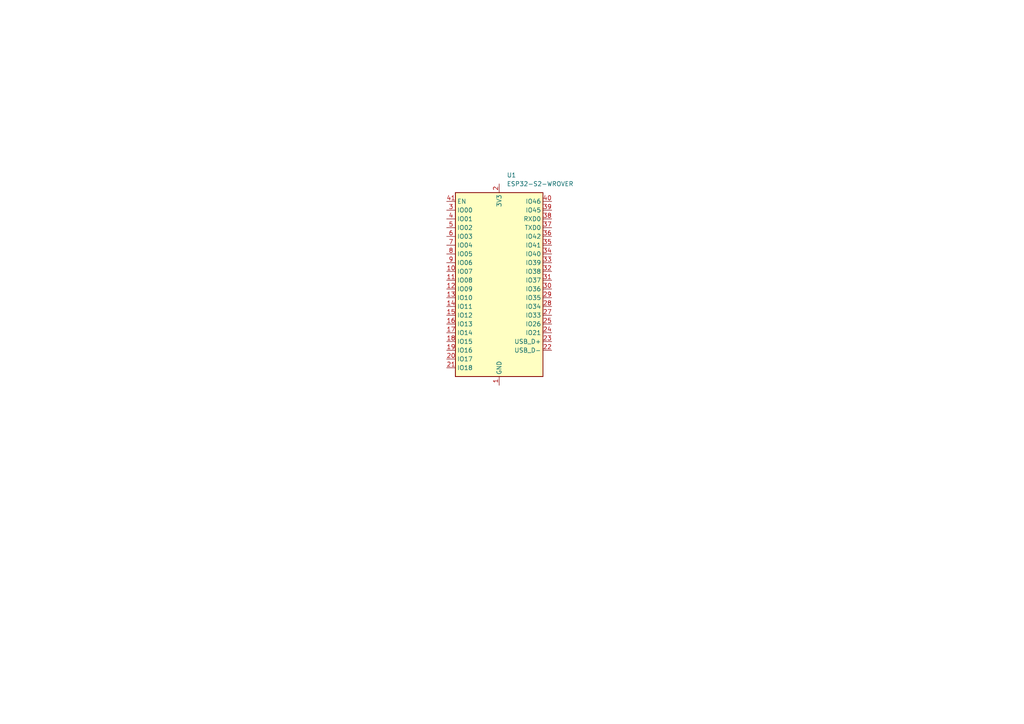
<source format=kicad_sch>
(kicad_sch (version 20231120) (generator "eeschema") (generator_version "8.0")
  (paper "A4")
  (lib_symbols
    (symbol "RF_Module:ESP32-S2-WROVER"
      (property "Reference" "U" (at -12.7 29.21 0))
      (property "Value" "ESP32-S2-WROVER" (at 2.54 29.21 0))
      (symbol "ESP32-S2-WROVER_0_1"
        (rectangle (start -12.7 27.94) (end 12.7 -25.4) (stroke (width 0.254)) (fill (type background)))
      )
      (symbol "ESP32-S2-WROVER_1_1"
        (pin power_in line (at 0 -27.94 90) (length 2.54) (name "GND") (number "1"))
        (pin bidirectional line (at -15.24 5.08 0) (length 2.54) (name "IO07") (number "10"))
        (pin bidirectional line (at -15.24 2.54 0) (length 2.54) (name "IO08") (number "11"))
        (pin bidirectional line (at -15.24 0 0) (length 2.54) (name "IO09") (number "12"))
        (pin bidirectional line (at -15.24 -2.54 0) (length 2.54) (name "IO10") (number "13"))
        (pin bidirectional line (at -15.24 -5.08 0) (length 2.54) (name "IO11") (number "14"))
        (pin bidirectional line (at -15.24 -7.62 0) (length 2.54) (name "IO12") (number "15"))
        (pin bidirectional line (at -15.24 -10.16 0) (length 2.54) (name "IO13") (number "16"))
        (pin bidirectional line (at -15.24 -12.7 0) (length 2.54) (name "IO14") (number "17"))
        (pin bidirectional line (at -15.24 -15.24 0) (length 2.54) (name "IO15") (number "18"))
        (pin bidirectional line (at -15.24 -17.78 0) (length 2.54) (name "IO16") (number "19"))
        (pin power_in line (at 0 30.48 270) (length 2.54) (name "3V3") (number "2"))
        (pin bidirectional line (at -15.24 -20.32 0) (length 2.54) (name "IO17") (number "20"))
        (pin bidirectional line (at -15.24 -22.86 0) (length 2.54) (name "IO18") (number "21"))
        (pin bidirectional line (at 15.24 -17.78 180) (length 2.54) (name "USB_D-") (number "22"))
        (pin bidirectional line (at 15.24 -15.24 180) (length 2.54) (name "USB_D+") (number "23"))
        (pin bidirectional line (at 15.24 -12.7 180) (length 2.54) (name "IO21") (number "24"))
        (pin bidirectional line (at 15.24 -10.16 180) (length 2.54) (name "IO26") (number "25"))
        (pin passive line (at 0 -27.94 90) (length 2.54) hide (name "GND") (number "26"))
        (pin bidirectional line (at 15.24 -7.62 180) (length 2.54) (name "IO33") (number "27"))
        (pin bidirectional line (at 15.24 -5.08 180) (length 2.54) (name "IO34") (number "28"))
        (pin bidirectional line (at 15.24 -2.54 180) (length 2.54) (name "IO35") (number "29"))
        (pin bidirectional line (at -15.24 22.86 0) (length 2.54) (name "IO00") (number "3"))
        (pin bidirectional line (at 15.24 0 180) (length 2.54) (name "IO36") (number "30"))
        (pin bidirectional line (at 15.24 2.54 180) (length 2.54) (name "IO37") (number "31"))
        (pin bidirectional line (at 15.24 5.08 180) (length 2.54) (name "IO38") (number "32"))
        (pin bidirectional line (at 15.24 7.62 180) (length 2.54) (name "IO39") (number "33"))
        (pin bidirectional line (at 15.24 10.16 180) (length 2.54) (name "IO40") (number "34"))
        (pin bidirectional line (at 15.24 12.7 180) (length 2.54) (name "IO41") (number "35"))
        (pin bidirectional line (at 15.24 15.24 180) (length 2.54) (name "IO42") (number "36"))
        (pin bidirectional line (at 15.24 17.78 180) (length 2.54) (name "TXD0") (number "37"))
        (pin bidirectional line (at 15.24 20.32 180) (length 2.54) (name "RXD0") (number "38"))
        (pin bidirectional line (at 15.24 22.86 180) (length 2.54) (name "IO45") (number "39"))
        (pin bidirectional line (at -15.24 20.32 0) (length 2.54) (name "IO01") (number "4"))
        (pin input line (at 15.24 25.4 180) (length 2.54) (name "IO46") (number "40"))
        (pin input line (at -15.24 25.4 0) (length 2.54) (name "EN") (number "41"))
        (pin passive line (at 0 -27.94 90) (length 2.54) hide (name "GND") (number "42"))
        (pin passive line (at 0 -27.94 90) (length 2.54) hide (name "GND") (number "43"))
        (pin bidirectional line (at -15.24 17.78 0) (length 2.54) (name "IO02") (number "5"))
        (pin bidirectional line (at -15.24 15.24 0) (length 2.54) (name "IO03") (number "6"))
        (pin bidirectional line (at -15.24 12.7 0) (length 2.54) (name "IO04") (number "7"))
        (pin bidirectional line (at -15.24 10.16 0) (length 2.54) (name "IO05") (number "8"))
        (pin bidirectional line (at -15.24 7.62 0) (length 2.54) (name "IO06") (number "9"))
      )
    )
  )
  (symbol (lib_id "RF_Module:ESP32-S2-WROVER") (at 144.78 83.82 0) (unit 1)
    (property "Reference" "U1" (at 146.9741 50.8 0) (effects (justify left)))
    (property "Value" "ESP32-S2-WROVER" (at 146.9741 53.34 0) (effects (justify left)))
    (property "Footprint" "RF_Module:ESP32-S2-WROVER" (effects (hide yes)))
    (property "Datasheet" "https://www.espressif.com/sites/default/files/documentation/esp32-s2-wroom_esp32-s2-wroom-i_datasheet_en.pdf" (effects (hide yes)))
    (property "Description" "RF Module, ESP32-D0WDQ6 SoC, Wi-Fi 802.11b/g/n, 32-bit, 2.7-3.6V, onboard antenna, SMD" (effects (hide yes)))
  )
)
</source>
